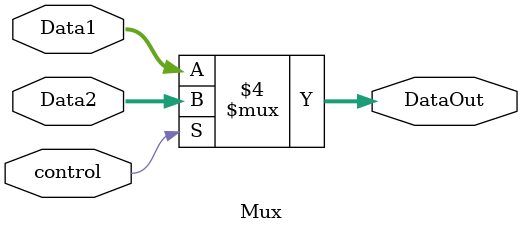
<source format=sv>
module Mux(
  input [15:0] Data1,
  input [15:0] Data2,
  input control,
  output reg [15:0] DataOut
);
  
  always @(*)begin
    if(control == 1'b0)begin
    	DataOut = Data1;
    end else begin
    	DataOut = Data2;
    end
  end
endmodule
</source>
